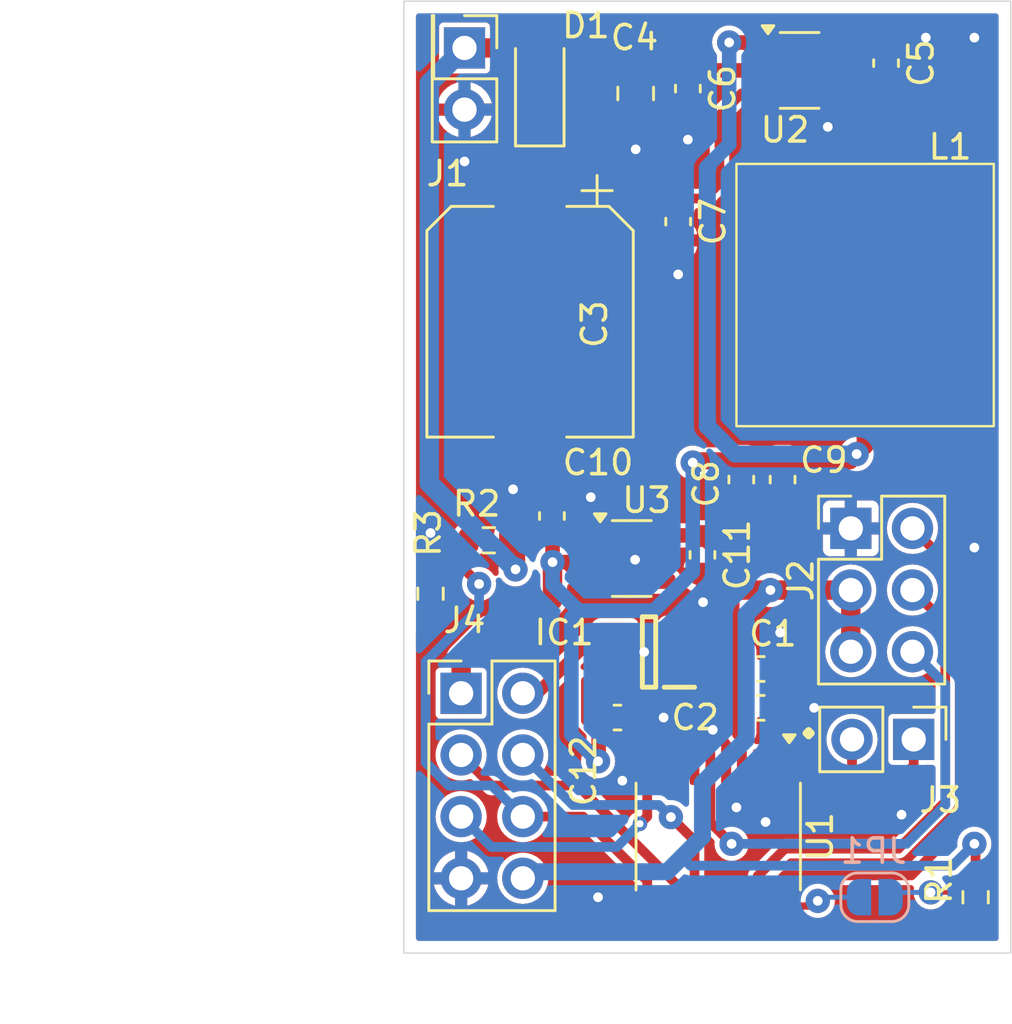
<source format=kicad_pcb>
(kicad_pcb (version 20240108) (generator "pcbnew") (generator_version "8.0")
  (title_block (title "FastLapLights5V") (date "2025-04-14") (rev "MK6"))
  (layers (0 "F.Cu" mixed) (1 "In1.Cu" power) (2 "In2.Cu" power) (31 "B.Cu" mixed) (34 "B.Paste" user) (35 "F.Paste" user) (36 "B.SilkS" user "B.Silkscreen") (37 "F.SilkS" user "F.Silkscreen") (38 "B.Mask" user) (39 "F.Mask" user) (44 "Edge.Cuts" user))
  (net 0 "")
  (net 1 "GND")
  (net 2 "/TRACK_LIGHTS_R")
  (net 3 "+3.3V")
  (net 4 "/START_LIGHTS")
  (net 5 "/SWD_NRST")
  (net 6 "/SWD_SWCLK")
  (net 7 "/SWD_SWDIO")
  (net 8 "/I2C_SDA")
  (net 9 "/I2C_SCL")
  (net 10 "VRAIL")
  (net 11 "/IO_POWER_RAIL_DATA")
  (net 12 "/VRAIL_CAP")
  (net 13 "/TRACK_LIGHTS_G")
  (net 14 "/IO_POWER_RAIL_INT")
  (net 15 "+5V")
  (net 23 "Net-(JP1-A)")
  (net 24 "Net-(JP1-B)")
  (net 25 "/START_LIGHTS_5V")
  (net 26 "Net-(U2-SW)")
  (net 27 "Net-(U2-BST)")
  (footprint "Connector_PinHeader_2.54mm:PinHeader_2x04_P2.54mm_Vertical" (layer "F.Cu") (at 44.86 115.7)
    (property "Reference" "J4" (at 0.14 -3 0) (layer "F.SilkS"))
    (property "Value" "IO" (hide yes))
    (pad "1" thru_hole rect (at 0 0) (size 1.7 1.7) (drill 1) (layers "*.Cu" "*.Mask" "In3.Cu" "In4.Cu" "In5.Cu" "In6.Cu" "In7.Cu" "In8.Cu" "In9.Cu" "In10.Cu" "In11.Cu" "In12.Cu" "In13.Cu" "In14.Cu" "In15.Cu" "In16.Cu" "In17.Cu" "In18.Cu" "In19.Cu" "In20.Cu" "In21.Cu" "In22.Cu" "In23.Cu" "In24.Cu" "In25.Cu" "In26.Cu" "In27.Cu" "In28.Cu" "In29.Cu" "In30.Cu") (net 15 "+5V"))
    (pad "2" thru_hole oval (at 2.54 0) (size 1.7 1.7) (drill 1) (layers "*.Cu" "*.Mask" "In3.Cu" "In4.Cu" "In5.Cu" "In6.Cu" "In7.Cu" "In8.Cu" "In9.Cu" "In10.Cu" "In11.Cu" "In12.Cu" "In13.Cu" "In14.Cu" "In15.Cu" "In16.Cu" "In17.Cu" "In18.Cu" "In19.Cu" "In20.Cu" "In21.Cu" "In22.Cu" "In23.Cu" "In24.Cu" "In25.Cu" "In26.Cu" "In27.Cu" "In28.Cu" "In29.Cu" "In30.Cu") (net 25 "/START_LIGHTS_5V"))
    (pad "3" thru_hole oval (at 0 2.54) (size 1.7 1.7) (drill 1) (layers "*.Cu" "*.Mask" "In3.Cu" "In4.Cu" "In5.Cu" "In6.Cu" "In7.Cu" "In8.Cu" "In9.Cu" "In10.Cu" "In11.Cu" "In12.Cu" "In13.Cu" "In14.Cu" "In15.Cu" "In16.Cu" "In17.Cu" "In18.Cu" "In19.Cu" "In20.Cu" "In21.Cu" "In22.Cu" "In23.Cu" "In24.Cu" "In25.Cu" "In26.Cu" "In27.Cu" "In28.Cu" "In29.Cu" "In30.Cu") (net 13 "/TRACK_LIGHTS_G"))
    (pad "4" thru_hole oval (at 2.54 2.54) (size 1.7 1.7) (drill 1) (layers "*.Cu" "*.Mask" "In3.Cu" "In4.Cu" "In5.Cu" "In6.Cu" "In7.Cu" "In8.Cu" "In9.Cu" "In10.Cu" "In11.Cu" "In12.Cu" "In13.Cu" "In14.Cu" "In15.Cu" "In16.Cu" "In17.Cu" "In18.Cu" "In19.Cu" "In20.Cu" "In21.Cu" "In22.Cu" "In23.Cu" "In24.Cu" "In25.Cu" "In26.Cu" "In27.Cu" "In28.Cu" "In29.Cu" "In30.Cu") (net 2 "/TRACK_LIGHTS_R"))
    (pad "5" thru_hole oval (at 0 5.08) (size 1.7 1.7) (drill 1) (layers "*.Cu" "*.Mask" "In3.Cu" "In4.Cu" "In5.Cu" "In6.Cu" "In7.Cu" "In8.Cu" "In9.Cu" "In10.Cu" "In11.Cu" "In12.Cu" "In13.Cu" "In14.Cu" "In15.Cu" "In16.Cu" "In17.Cu" "In18.Cu" "In19.Cu" "In20.Cu" "In21.Cu" "In22.Cu" "In23.Cu" "In24.Cu" "In25.Cu" "In26.Cu" "In27.Cu" "In28.Cu" "In29.Cu" "In30.Cu") (net 14 "/IO_POWER_RAIL_INT"))
    (pad "6" thru_hole oval (at 2.54 5.08) (size 1.7 1.7) (drill 1) (layers "*.Cu" "*.Mask" "In3.Cu" "In4.Cu" "In5.Cu" "In6.Cu" "In7.Cu" "In8.Cu" "In9.Cu" "In10.Cu" "In11.Cu" "In12.Cu" "In13.Cu" "In14.Cu" "In15.Cu" "In16.Cu" "In17.Cu" "In18.Cu" "In19.Cu" "In20.Cu" "In21.Cu" "In22.Cu" "In23.Cu" "In24.Cu" "In25.Cu" "In26.Cu" "In27.Cu" "In28.Cu" "In29.Cu" "In30.Cu") (net 11 "/IO_POWER_RAIL_DATA"))
    (pad "7" thru_hole oval (at 0 7.62) (size 1.7 1.7) (drill 1) (layers "*.Cu" "*.Mask" "In3.Cu" "In4.Cu" "In5.Cu" "In6.Cu" "In7.Cu" "In8.Cu" "In9.Cu" "In10.Cu" "In11.Cu" "In12.Cu" "In13.Cu" "In14.Cu" "In15.Cu" "In16.Cu" "In17.Cu" "In18.Cu" "In19.Cu" "In20.Cu" "In21.Cu" "In22.Cu" "In23.Cu" "In24.Cu" "In25.Cu" "In26.Cu" "In27.Cu" "In28.Cu" "In29.Cu" "In30.Cu") (net 1 "GND"))
    (pad "8" thru_hole oval (at 2.54 7.62) (size 1.7 1.7) (drill 1) (layers "*.Cu" "*.Mask" "In3.Cu" "In4.Cu" "In5.Cu" "In6.Cu" "In7.Cu" "In8.Cu" "In9.Cu" "In10.Cu" "In11.Cu" "In12.Cu" "In13.Cu" "In14.Cu" "In15.Cu" "In16.Cu" "In17.Cu" "In18.Cu" "In19.Cu" "In20.Cu" "In21.Cu" "In22.Cu" "In23.Cu" "In24.Cu" "In25.Cu" "In26.Cu" "In27.Cu" "In28.Cu" "In29.Cu" "In30.Cu") (net 3 "+3.3V"))
  )
  (footprint "Connector_PinHeader_2.54mm:PinHeader_2x01_P2.54mm_Vertical" (layer "F.Cu") (at 45 89.125 -90)
    (property "Reference" "J1" (at 5.175 0.7 0) (layer "F.SilkS"))
    (property "Value" "POWER_CON" (hide yes))
    (pad "1" thru_hole rect (at 0 0 270) (size 1.7 1.7) (drill 1) (layers "*.Cu" "*.Mask" "In3.Cu" "In4.Cu" "In5.Cu" "In6.Cu" "In7.Cu" "In8.Cu" "In9.Cu" "In10.Cu" "In11.Cu" "In12.Cu" "In13.Cu" "In14.Cu" "In15.Cu" "In16.Cu" "In17.Cu" "In18.Cu" "In19.Cu" "In20.Cu" "In21.Cu" "In22.Cu" "In23.Cu" "In24.Cu" "In25.Cu" "In26.Cu" "In27.Cu" "In28.Cu" "In29.Cu" "In30.Cu") (net 10 "VRAIL"))
    (pad "2" thru_hole oval (at 2.54 0 270) (size 1.7 1.7) (drill 1) (layers "*.Cu" "*.Mask" "In3.Cu" "In4.Cu" "In5.Cu" "In6.Cu" "In7.Cu" "In8.Cu" "In9.Cu" "In10.Cu" "In11.Cu" "In12.Cu" "In13.Cu" "In14.Cu" "In15.Cu" "In16.Cu" "In17.Cu" "In18.Cu" "In19.Cu" "In20.Cu" "In21.Cu" "In22.Cu" "In23.Cu" "In24.Cu" "In25.Cu" "In26.Cu" "In27.Cu" "In28.Cu" "In29.Cu" "In30.Cu") (net 1 "GND"))
  )
  (footprint "Capacitor_SMD:C_0603_1608Metric" (layer "F.Cu") (at 54.8 110 -90)
    (property "Reference" "C11" (at 0 -1.43 90) (layer "F.SilkS"))
    (property "Value" "4.7uF" (hide yes))
    (pad "1" smd roundrect (at -0.775 0 270) (size 0.9 0.95) (layers "F.Cu" "F.Paste" "F.Mask") (net 3 "+3.3V"))
    (pad "2" smd roundrect (at 0.775 0 270) (size 0.9 0.95) (layers "F.Cu" "F.Paste" "F.Mask") (net 1 "GND"))
  )
  (footprint "Capacitor_SMD:C_0805_2012Metric" (layer "F.Cu") (at 52.05 91 -90)
    (property "Reference" "C4" (at -2.3 0.05 180) (layer "F.SilkS"))
    (property "Value" "22uF" (hide yes))
    (pad "1" smd roundrect (at -0.95 0 270) (size 1 1.45) (layers "F.Cu" "F.Paste" "F.Mask") (net 12 "/VRAIL_CAP"))
    (pad "2" smd roundrect (at 0.95 0 270) (size 1 1.45) (layers "F.Cu" "F.Paste" "F.Mask") (net 1 "GND"))
  )
  (footprint "Capacitor_SMD:C_0603_1608Metric" (layer "F.Cu") (at 57.2 116.3)
    (property "Reference" "C2" (at -2.7 0.4 180) (layer "F.SilkS"))
    (property "Value" "0.1uF" (hide yes))
    (pad "1" smd roundrect (at -0.775 0) (size 0.9 0.95) (layers "F.Cu" "F.Paste" "F.Mask") (net 3 "+3.3V"))
    (pad "2" smd roundrect (at 0.775 0) (size 0.9 0.95) (layers "F.Cu" "F.Paste" "F.Mask") (net 1 "GND"))
  )
  (footprint "Capacitor_SMD:C_0603_1608Metric" (layer "F.Cu") (at 48.6 108.4 90)
    (property "Reference" "C10" (at 2.2 1.9 180) (layer "F.SilkS"))
    (property "Value" "4.7uF" (hide yes))
    (pad "1" smd roundrect (at -0.775 0 90) (size 0.9 0.95) (layers "F.Cu" "F.Paste" "F.Mask") (net 15 "+5V"))
    (pad "2" smd roundrect (at 0.775 0 90) (size 0.9 0.95) (layers "F.Cu" "F.Paste" "F.Mask") (net 1 "GND"))
  )
  (footprint "Capacitor_SMD:C_0603_1608Metric" (layer "F.Cu") (at 51.3 116.7)
    (property "Reference" "C12" (at -1.4 2.2 90) (layer "F.SilkS"))
    (property "Value" "0.1uF" (hide yes))
    (pad "1" smd roundrect (at -0.775 0) (size 0.9 0.95) (layers "F.Cu" "F.Paste" "F.Mask") (net 15 "+5V"))
    (pad "2" smd roundrect (at 0.775 0) (size 0.9 0.95) (layers "F.Cu" "F.Paste" "F.Mask") (net 1 "GND"))
  )
  (footprint "Package_TO_SOT_SMD:TSOT-23-6" (layer "F.Cu") (at 58.8 90.05)
    (property "Reference" "U2" (at -0.6 2.45 0) (layer "F.SilkS"))
    (property "Value" "AP63205WU" (hide yes))
    (pad "1" smd roundrect (at -1.1375 -0.95) (size 1.325 0.6) (layers "F.Cu" "F.Paste" "F.Mask") (net 15 "+5V"))
    (pad "2" smd roundrect (at -1.1375 0) (size 1.325 0.6) (layers "F.Cu" "F.Paste" "F.Mask") (net 12 "/VRAIL_CAP"))
    (pad "3" smd roundrect (at -1.1375 0.95) (size 1.325 0.6) (layers "F.Cu" "F.Paste" "F.Mask") (net 12 "/VRAIL_CAP"))
    (pad "4" smd roundrect (at 1.1375 0.95) (size 1.325 0.6) (layers "F.Cu" "F.Paste" "F.Mask") (net 1 "GND"))
    (pad "5" smd roundrect (at 1.1375 0) (size 1.325 0.6) (layers "F.Cu" "F.Paste" "F.Mask") (net 26 "Net-(U2-SW)"))
    (pad "6" smd roundrect (at 1.1375 -0.95) (size 1.325 0.6) (layers "F.Cu" "F.Paste" "F.Mask") (net 27 "Net-(U2-BST)"))
  )
  (footprint "Resistor_SMD:R_0603_1608Metric" (layer "F.Cu") (at 43.6 111.6 -90)
    (property "Reference" "R3" (at -2.5 0.1 -90) (layer "F.SilkS"))
    (property "Value" "1k" (hide yes))
    (pad "1" smd roundrect (at -0.825 0 270) (size 0.8 0.95) (layers "F.Cu" "F.Paste" "F.Mask") (net 11 "/IO_POWER_RAIL_DATA"))
    (pad "2" smd roundrect (at 0.825 0 270) (size 0.8 0.95) (layers "F.Cu" "F.Paste" "F.Mask") (net 1 "GND"))
  )
  (footprint "Library:SOT95P275X110-5N" (layer "F.Cu") (at 52.6 114 180)
    (property "Reference" "IC1" (at 3.5 0.8 180) (layer "F.SilkS"))
    (property "Value" "74HCT1G125GV,125" (hide yes))
    (pad "1" smd roundrect (at -1.25 -0.95 270) (size 0.5 1.25) (layers "F.Cu" "F.Paste" "F.Mask") (net 1 "GND"))
    (pad "2" smd roundrect (at -1.25 0 270) (size 0.5 1.25) (layers "F.Cu" "F.Paste" "F.Mask") (net 4 "/START_LIGHTS"))
    (pad "3" smd roundrect (at -1.25 0.95 270) (size 0.5 1.25) (layers "F.Cu" "F.Paste" "F.Mask") (net 1 "GND"))
    (pad "4" smd roundrect (at 1.25 0.95 270) (size 0.5 1.25) (layers "F.Cu" "F.Paste" "F.Mask") (net 25 "/START_LIGHTS_5V"))
    (pad "5" smd roundrect (at 1.25 -0.95 270) (size 0.5 1.25) (layers "F.Cu" "F.Paste" "F.Mask") (net 15 "+5V"))
  )
  (footprint "Library:CP_220_Honor_Elec_HV1E227M0810PZ" (layer "F.Cu") (at 47.7 100.4 -90)
    (property "Reference" "C3" (at 0.1 -2.65 -90) (layer "F.SilkS"))
    (property "Value" "220uF" (hide yes))
    (pad "1" smd roundrect (at -3.65 0 270) (size 4.2 2.2) (layers "F.Cu" "F.Paste" "F.Mask") (roundrect_rratio 0.1) (net 12 "/VRAIL_CAP"))
    (pad "2" smd roundrect (at 3.65 0 270) (size 4.2 2.2) (layers "F.Cu" "F.Paste" "F.Mask") (roundrect_rratio 0.1) (net 1 "GND"))
  )
  (footprint "Capacitor_SMD:C_0603_1608Metric" (layer "F.Cu") (at 56.4 106.9 -90)
    (property "Reference" "C8" (at 0.175 1.45 90) (layer "F.SilkS"))
    (property "Value" "22uF" (hide yes))
    (pad "1" smd roundrect (at -0.775 0 270) (size 0.9 0.95) (layers "F.Cu" "F.Paste" "F.Mask") (net 15 "+5V"))
    (pad "2" smd roundrect (at 0.775 0 270) (size 0.9 0.95) (layers "F.Cu" "F.Paste" "F.Mask") (net 1 "GND"))
  )
  (footprint "Capacitor_SMD:C_0603_1608Metric" (layer "F.Cu") (at 58.1 106.9 -90)
    (property "Reference" "C9" (at -0.8 -1.7 180) (layer "F.SilkS"))
    (property "Value" "22uF" (hide yes))
    (pad "1" smd roundrect (at -0.775 0 270) (size 0.9 0.95) (layers "F.Cu" "F.Paste" "F.Mask") (net 15 "+5V"))
    (pad "2" smd roundrect (at 0.775 0 270) (size 0.9 0.95) (layers "F.Cu" "F.Paste" "F.Mask") (net 1 "GND"))
  )
  (footprint "Capacitor_SMD:C_0603_1608Metric" (layer "F.Cu") (at 53.8 96.275 -90)
    (property "Reference" "C7" (at 0 -1.43 -90) (layer "F.SilkS"))
    (property "Value" "0.1uF")
    (pad "1" smd roundrect (at -0.775 0 270) (size 0.9 0.95) (layers "F.Cu" "F.Paste" "F.Mask") (net 12 "/VRAIL_CAP"))
    (pad "2" smd roundrect (at 0.775 0 270) (size 0.9 0.95) (layers "F.Cu" "F.Paste" "F.Mask") (net 1 "GND"))
  )
  (footprint "Capacitor_SMD:C_0603_1608Metric" (layer "F.Cu") (at 54.2 90.8 -90)
    (property "Reference" "C6" (at 0 -1.43 -90) (layer "F.SilkS"))
    (property "Value" "0.1uF")
    (pad "1" smd roundrect (at -0.775 0 270) (size 0.9 0.95) (layers "F.Cu" "F.Paste" "F.Mask") (net 12 "/VRAIL_CAP"))
    (pad "2" smd roundrect (at 0.775 0 270) (size 0.9 0.95) (layers "F.Cu" "F.Paste" "F.Mask") (net 1 "GND"))
  )
  (footprint "Capacitor_SMD:C_0603_1608Metric" (layer "F.Cu") (at 62.3625 89.75 90)
    (property "Reference" "C5" (at 0 1.4375 90) (layer "F.SilkS"))
    (property "Value" "0.1uF")
    (pad "1" smd roundrect (at -0.775 0 90) (size 0.9 0.95) (layers "F.Cu" "F.Paste" "F.Mask") (net 26 "Net-(U2-SW)"))
    (pad "2" smd roundrect (at 0.775 0 90) (size 0.9 0.95) (layers "F.Cu" "F.Paste" "F.Mask") (net 27 "Net-(U2-BST)"))
  )
  (footprint "Diode_SMD:D_SOD-123" (layer "F.Cu") (at 48.1 90.8 90)
    (property "Reference" "D1" (at 2.6 1.9 0) (layer "F.SilkS"))
    (property "Value" "MBR0540" (hide yes))
    (pad "1" smd roundrect (at -1.65 0 90) (size 0.9 1.2) (layers "F.Cu" "F.Paste" "F.Mask") (net 12 "/VRAIL_CAP"))
    (pad "2" smd roundrect (at 1.65 0 90) (size 0.9 1.2) (layers "F.Cu" "F.Paste" "F.Mask") (net 10 "VRAIL"))
  )
  (footprint "Package_SO:TSSOP-20_4.4x6.5mm_P0.65mm" (layer "F.Cu") (at 55.45 121.6 -90)
    (property "Reference" "U1" (at 0 -4.2 90) (layer "F.SilkS"))
    (property "Value" "STM32C011F4Px" (hide yes))
    (pad "1" smd roundrect (at -2.8625 -2.925 270) (size 1.475 0.4) (layers "F.Cu" "F.Paste" "F.Mask") (net 9 "/I2C_SCL"))
    (pad "2" smd roundrect (at -2.8625 -2.275 270) (size 1.475 0.4) (layers "F.Cu" "F.Paste" "F.Mask") (net 8 "/I2C_SDA"))
    (pad "3" smd roundrect (at -2.8625 -1.625 270) (size 1.475 0.4) (layers "F.Cu" "F.Paste" "F.Mask"))
    (pad "4" smd roundrect (at -2.8625 -0.975 270) (size 1.475 0.4) (layers "F.Cu" "F.Paste" "F.Mask") (net 3 "+3.3V"))
    (pad "5" smd roundrect (at -2.8625 -0.325 270) (size 1.475 0.4) (layers "F.Cu" "F.Paste" "F.Mask") (net 1 "GND"))
    (pad "6" smd roundrect (at -2.8625 0.325 270) (size 1.475 0.4) (layers "F.Cu" "F.Paste" "F.Mask") (net 5 "/SWD_NRST"))
    (pad "7" smd roundrect (at -2.8625 0.975 270) (size 1.475 0.4) (layers "F.Cu" "F.Paste" "F.Mask") (net 4 "/START_LIGHTS"))
    (pad "8" smd roundrect (at -2.8625 1.625 270) (size 1.475 0.4) (layers "F.Cu" "F.Paste" "F.Mask"))
    (pad "9" smd roundrect (at -2.8625 2.275 270) (size 1.475 0.4) (layers "F.Cu" "F.Paste" "F.Mask"))
    (pad "10" smd roundrect (at -2.8625 2.925 270) (size 1.475 0.4) (layers "F.Cu" "F.Paste" "F.Mask") (net 14 "/IO_POWER_RAIL_INT"))
    (pad "11" smd roundrect (at 2.8625 2.925 270) (size 1.475 0.4) (layers "F.Cu" "F.Paste" "F.Mask") (net 11 "/IO_POWER_RAIL_DATA"))
    (pad "12" smd roundrect (at 2.8625 2.275 270) (size 1.475 0.4) (layers "F.Cu" "F.Paste" "F.Mask"))
    (pad "13" smd roundrect (at 2.8625 1.625 270) (size 1.475 0.4) (layers "F.Cu" "F.Paste" "F.Mask") (net 13 "/TRACK_LIGHTS_G"))
    (pad "14" smd roundrect (at 2.8625 0.975 270) (size 1.475 0.4) (layers "F.Cu" "F.Paste" "F.Mask") (net 2 "/TRACK_LIGHTS_R"))
    (pad "15" smd roundrect (at 2.8625 0.325 270) (size 1.475 0.4) (layers "F.Cu" "F.Paste" "F.Mask"))
    (pad "16" smd roundrect (at 2.8625 -0.325 270) (size 1.475 0.4) (layers "F.Cu" "F.Paste" "F.Mask"))
    (pad "17" smd roundrect (at 2.8625 -0.975 270) (size 1.475 0.4) (layers "F.Cu" "F.Paste" "F.Mask"))
    (pad "18" smd roundrect (at 2.8625 -1.625 270) (size 1.475 0.4) (layers "F.Cu" "F.Paste" "F.Mask") (net 7 "/SWD_SWDIO"))
    (pad "19" smd roundrect (at 2.8625 -2.275 270) (size 1.475 0.4) (layers "F.Cu" "F.Paste" "F.Mask") (net 6 "/SWD_SWCLK"))
    (pad "20" smd roundrect (at 2.8625 -2.925 270) (size 1.475 0.4) (layers "F.Cu" "F.Paste" "F.Mask") (net 24 "Net-(JP1-B)"))
  )
  (footprint "Connector_PinHeader_2.54mm:PinHeader_1x02_P2.54mm_Vertical" (layer "F.Cu") (at 63.5 117.6 -90)
    (property "Reference" "J3" (at 2.5 -1.1 0) (layer "F.SilkS"))
    (property "Value" "I2C" (hide yes))
    (pad "1" thru_hole rect (at 0 0 270) (size 1.7 1.7) (drill 1) (layers "*.Cu" "*.Mask" "In3.Cu" "In4.Cu" "In5.Cu" "In6.Cu" "In7.Cu" "In8.Cu" "In9.Cu" "In10.Cu" "In11.Cu" "In12.Cu" "In13.Cu" "In14.Cu" "In15.Cu" "In16.Cu" "In17.Cu" "In18.Cu" "In19.Cu" "In20.Cu" "In21.Cu" "In22.Cu" "In23.Cu" "In24.Cu" "In25.Cu" "In26.Cu" "In27.Cu" "In28.Cu" "In29.Cu" "In30.Cu") (net 8 "/I2C_SDA"))
    (pad "2" thru_hole oval (at 0 2.54 270) (size 1.7 1.7) (drill 1) (layers "*.Cu" "*.Mask" "In3.Cu" "In4.Cu" "In5.Cu" "In6.Cu" "In7.Cu" "In8.Cu" "In9.Cu" "In10.Cu" "In11.Cu" "In12.Cu" "In13.Cu" "In14.Cu" "In15.Cu" "In16.Cu" "In17.Cu" "In18.Cu" "In19.Cu" "In20.Cu" "In21.Cu" "In22.Cu" "In23.Cu" "In24.Cu" "In25.Cu" "In26.Cu" "In27.Cu" "In28.Cu" "In29.Cu" "In30.Cu") (net 9 "/I2C_SCL"))
  )
  (footprint "Capacitor_SMD:C_0603_1608Metric" (layer "F.Cu") (at 57.2 114.7)
    (property "Reference" "C1" (at 0.5 -1.45 0) (layer "F.SilkS"))
    (property "Value" "4.7uF" (hide yes))
    (pad "1" smd roundrect (at -0.775 0) (size 0.9 0.95) (layers "F.Cu" "F.Paste" "F.Mask") (net 3 "+3.3V"))
    (pad "2" smd roundrect (at 0.775 0) (size 0.9 0.95) (layers "F.Cu" "F.Paste" "F.Mask") (net 1 "GND"))
  )
  (footprint "Connector_PinHeader_2.54mm:PinHeader_2x03_P2.54mm_Vertical" (layer "F.Cu") (at 60.91 108.91)
    (property "Reference" "J2" (at -2.06 2.14 90) (layer "F.SilkS"))
    (property "Value" "SWD" (hide yes))
    (pad "1" thru_hole rect (at 0 0) (size 1.7 1.7) (drill 1) (layers "*.Cu" "*.Mask" "In3.Cu" "In4.Cu" "In5.Cu" "In6.Cu" "In7.Cu" "In8.Cu" "In9.Cu" "In10.Cu" "In11.Cu" "In12.Cu" "In13.Cu" "In14.Cu" "In15.Cu" "In16.Cu" "In17.Cu" "In18.Cu" "In19.Cu" "In20.Cu" "In21.Cu" "In22.Cu" "In23.Cu" "In24.Cu" "In25.Cu" "In26.Cu" "In27.Cu" "In28.Cu" "In29.Cu" "In30.Cu") (net 1 "GND"))
    (pad "2" thru_hole oval (at 2.54 0) (size 1.7 1.7) (drill 1) (layers "*.Cu" "*.Mask" "In3.Cu" "In4.Cu" "In5.Cu" "In6.Cu" "In7.Cu" "In8.Cu" "In9.Cu" "In10.Cu" "In11.Cu" "In12.Cu" "In13.Cu" "In14.Cu" "In15.Cu" "In16.Cu" "In17.Cu" "In18.Cu" "In19.Cu" "In20.Cu" "In21.Cu" "In22.Cu" "In23.Cu" "In24.Cu" "In25.Cu" "In26.Cu" "In27.Cu" "In28.Cu" "In29.Cu" "In30.Cu") (net 6 "/SWD_SWCLK"))
    (pad "3" thru_hole oval (at 0 2.54) (size 1.7 1.7) (drill 1) (layers "*.Cu" "*.Mask" "In3.Cu" "In4.Cu" "In5.Cu" "In6.Cu" "In7.Cu" "In8.Cu" "In9.Cu" "In10.Cu" "In11.Cu" "In12.Cu" "In13.Cu" "In14.Cu" "In15.Cu" "In16.Cu" "In17.Cu" "In18.Cu" "In19.Cu" "In20.Cu" "In21.Cu" "In22.Cu" "In23.Cu" "In24.Cu" "In25.Cu" "In26.Cu" "In27.Cu" "In28.Cu" "In29.Cu" "In30.Cu") (net 3 "+3.3V"))
    (pad "4" thru_hole oval (at 2.54 2.54) (size 1.7 1.7) (drill 1) (layers "*.Cu" "*.Mask" "In3.Cu" "In4.Cu" "In5.Cu" "In6.Cu" "In7.Cu" "In8.Cu" "In9.Cu" "In10.Cu" "In11.Cu" "In12.Cu" "In13.Cu" "In14.Cu" "In15.Cu" "In16.Cu" "In17.Cu" "In18.Cu" "In19.Cu" "In20.Cu" "In21.Cu" "In22.Cu" "In23.Cu" "In24.Cu" "In25.Cu" "In26.Cu" "In27.Cu" "In28.Cu" "In29.Cu" "In30.Cu") (net 7 "/SWD_SWDIO"))
    (pad "5" thru_hole oval (at 0 5.08) (size 1.7 1.7) (drill 1) (layers "*.Cu" "*.Mask" "In3.Cu" "In4.Cu" "In5.Cu" "In6.Cu" "In7.Cu" "In8.Cu" "In9.Cu" "In10.Cu" "In11.Cu" "In12.Cu" "In13.Cu" "In14.Cu" "In15.Cu" "In16.Cu" "In17.Cu" "In18.Cu" "In19.Cu" "In20.Cu" "In21.Cu" "In22.Cu" "In23.Cu" "In24.Cu" "In25.Cu" "In26.Cu" "In27.Cu" "In28.Cu" "In29.Cu" "In30.Cu") (net 3 "+3.3V"))
    (pad "6" thru_hole oval (at 2.54 5.08) (size 1.7 1.7) (drill 1) (layers "*.Cu" "*.Mask" "In3.Cu" "In4.Cu" "In5.Cu" "In6.Cu" "In7.Cu" "In8.Cu" "In9.Cu" "In10.Cu" "In11.Cu" "In12.Cu" "In13.Cu" "In14.Cu" "In15.Cu" "In16.Cu" "In17.Cu" "In18.Cu" "In19.Cu" "In20.Cu" "In21.Cu" "In22.Cu" "In23.Cu" "In24.Cu" "In25.Cu" "In26.Cu" "In27.Cu" "In28.Cu" "In29.Cu" "In30.Cu") (net 5 "/SWD_NRST"))
  )
  (footprint "Package_TO_SOT_SMD:SOT-23-5" (layer "F.Cu") (at 51.8875 110.15)
    (property "Reference" "U3" (at 0.6125 -2.4 180) (layer "F.SilkS"))
    (property "Value" "AP2112K-3.3" (hide yes))
    (pad "1" smd roundrect (at -1.1375 -0.95) (size 1.325 0.6) (layers "F.Cu" "F.Paste" "F.Mask") (net 15 "+5V"))
    (pad "2" smd roundrect (at -1.1375 0) (size 1.325 0.6) (layers "F.Cu" "F.Paste" "F.Mask") (net 1 "GND"))
    (pad "3" smd roundrect (at -1.1375 0.95) (size 1.325 0.6) (layers "F.Cu" "F.Paste" "F.Mask") (net 15 "+5V"))
    (pad "4" smd roundrect (at 1.1375 0.95) (size 1.325 0.6) (layers "F.Cu" "F.Paste" "F.Mask"))
    (pad "5" smd roundrect (at 1.1375 -0.95) (size 1.325 0.6) (layers "F.Cu" "F.Paste" "F.Mask") (net 3 "+3.3V"))
  )
  (footprint "Library:L_Chilisin_Elec_BPSC00101140220M00" (layer "F.Cu") (at 61.5 99.3)
    (property "Reference" "L1" (at 3.5 -6.1 0) (layer "F.SilkS"))
    (property "Value" "22uH" (hide yes))
    (pad "1" smd roundrect (at 0 -4.45) (size 3.3 1.6) (layers "F.Cu" "F.Paste" "F.Mask") (net 26 "Net-(U2-SW)"))
    (pad "2" smd roundrect (at 0 4.45) (size 3.3 1.6) (layers "F.Cu" "F.Paste" "F.Mask") (net 15 "+5V"))
  )
  (footprint "Resistor_SMD:R_0603_1608Metric" (layer "F.Cu") (at 66.05 124.1 -90)
    (property "Reference" "R1" (at -0.7 1.5 90) (layer "F.SilkS"))
    (property "Value" "4k7" (hide yes))
    (pad "1" smd roundrect (at -0.825 0 270) (size 0.8 0.95) (layers "F.Cu" "F.Paste" "F.Mask") (net 3 "+3.3V"))
    (pad "2" smd roundrect (at 0.825 0 270) (size 0.8 0.95) (layers "F.Cu" "F.Paste" "F.Mask") (net 23 "Net-(JP1-A)"))
  )
  (footprint "Resistor_SMD:R_0603_1608Metric" (layer "F.Cu") (at 46 109.4 180)
    (property "Reference" "R2" (at 0.5 1.5 0) (layer "F.SilkS"))
    (property "Value" "4k7" (hide yes))
    (pad "1" smd roundrect (at -0.825 0 180) (size 0.8 0.95) (layers "F.Cu" "F.Paste" "F.Mask") (net 10 "VRAIL"))
    (pad "2" smd roundrect (at 0.825 0 180) (size 0.8 0.95) (layers "F.Cu" "F.Paste" "F.Mask") (net 11 "/IO_POWER_RAIL_DATA"))
  )
  (footprint "Jumper:SolderJumper-2_P1.3mm_Open_RoundedPad1.0x1.5mm" (layer "B.Cu") (at 61.9 124.1 180)
    (property "Reference" "JP1" (at 0.05 1.9 0) (layer "B.SilkS") (effects (justify mirror)))
    (property "Value" "SP" (hide yes))
    (pad "1" smd custom (at -0.65 0 180) (size 1 0.5) (layers "B.Cu" "B.Mask") (net 23 "Net-(JP1-A)") (options (clearance outline) (anchor rect)) (primitives (gr_circle (center 0 -0.25) (end 0.5 -0.25) (width 0) (fill yes)) (gr_circle (center 0 0.25) (end 0.5 0.25) (width 0) (fill yes)) (gr_poly (pts (xy 0.5 -0.75) (xy 0 -0.75) (xy 0 0.75) (xy 0.5 0.75)) (width 0) (fill yes))))
    (pad "2" smd custom (at 0.65 0 180) (size 1 0.5) (layers "B.Cu" "B.Mask") (net 24 "Net-(JP1-B)") (options (clearance outline) (anchor rect)) (primitives (gr_circle (center 0 -0.25) (end 0.5 -0.25) (width 0) (fill yes)) (gr_circle (center 0 0.25) (end 0.5 0.25) (width 0) (fill yes)) (gr_poly (pts (xy 0 -0.75) (xy -0.5 -0.75) (xy -0.5 0.75) (xy 0 0.75)) (width 0) (fill yes))))
  )
  (gr_rect (start 42.5 87.2) (end 67.5 126.4) (stroke (width 0.05)) (fill none) (layer "Edge.Cuts"))
  (gr_text "." (at 58.5 117.7 0) (layer "F.SilkS") (effects (font (size 2 2) (thickness 0.3)) (justify left bottom)))
  (segment (start 55.775 118.7375) (end 55.775 117.80637) (width 0.4) (layer "F.Cu") (net 1))
  (segment (start 52.025 110.2) (end 51.975 110.15) (width 0.6) (layer "F.Cu") (net 1))
  (segment (start 53.8 98.45) (end 53.8 97.2) (width 0.8) (layer "F.Cu") (net 1))
  (segment (start 55.775 117.80637) (end 55.225686 117.257056) (width 0.4) (layer "F.Cu") (net 1))
  (segment (start 59.9625 92.375) (end 59.9625 91.125) (width 0.8) (layer "F.Cu") (net 1))
  (segment (start 54.825 110.775) (end 54.825 111.95) (width 0.6) (layer "F.Cu") (net 1))
  (segment (start 54.2 92.9) (end 54.2 91.95) (width 0.8) (layer "F.Cu") (net 1))
  (segment (start 55.775 118.7375) (end 55.775 119.975) (width 0.4) (layer "F.Cu") (net 1))
  (segment (start 48.625 107.625) (end 50.2 107.625) (width 0.8) (layer "F.Cu") (net 1))
  (segment (start 52.05 93.3) (end 52.05 91.95) (width 0.8) (layer "F.Cu") (net 1))
  (segment (start 51.975 110.15) (end 50.75 110.15) (width 0.6) (layer "F.Cu") (net 1))
  (segment (start 55.775 119.975) (end 56.2 120.4) (width 0.4) (layer "F.Cu") (net 1))
  (segment (start 55.225686 117.257056) (end 55.225686 117.205686) (width 0.4) (layer "F.Cu") (net 1))
  (segment (start 57.975 116.3) (end 59.4 116.3) (width 0.7) (layer "F.Cu") (net 1))
  (segment (start 53.2 116.7) (end 52.075 116.7) (width 0.8) (layer "F.Cu") (net 1))
  (segment (start 57.975 114.7) (end 57.975 113.225) (width 0.7) (layer "F.Cu") (net 1))
  (segment (start 57.975 113.225) (end 58 113.2) (width 0.7) (layer "F.Cu") (net 1))
  (via (at 53.2 116.7) (size 1) (drill 0.4) (layers "F.Cu" "B.Cu") (net 1))
  (via (at 45 93.8) (size 1) (drill 0.4) (layers "F.Cu" "B.Cu") (net 1))
  (via (at 50.5 124.1) (size 1) (drill 0.4) (layers "F.Cu" "B.Cu") (net 1))
  (via (at 50.2 107.625) (size 1) (drill 0.4) (layers "F.Cu" "B.Cu") (net 1))
  (via (at 63 120.7) (size 1) (drill 0.4) (layers "F.Cu" "B.Cu") (net 1))
  (via (at 53.8 98.45) (size 1) (drill 0.4) (layers "F.Cu" "B.Cu") (net 1))
  (via (at 59.9625 92.375) (size 1) (drill 0.4) (layers "F.Cu" "B.Cu") (net 1))
  (via (at 64 88.7) (size 1) (drill 0.4) (layers "F.Cu" "B.Cu") (net 1))
  (via (at 52.025 110.2) (size 1) (drill 0.4) (layers "F.Cu" "B.Cu") (net 1))
  (via (at 57.4 121) (size 1) (drill 0.4) (layers "F.Cu" "B.Cu") (net 1))
  (via (at 54.825 111.95) (size 1) (drill 0.4) (layers "F.Cu" "B.Cu") (net 1))
  (via (at 55.225686 117.205686) (size 0.7) (drill 0.4) (layers "F.Cu" "B.Cu") (net 1))
  (via (at 54.2 92.9) (size 1) (drill 0.4) (layers "F.Cu" "B.Cu") (net 1))
  (via (at 52.4 114) (size 1) (drill 0.4) (layers "F.Cu" "B.Cu") (net 1))
  (via (at 58 113.2) (size 1) (drill 0.4) (layers "F.Cu" "B.Cu") (net 1))
  (via (at 52.05 93.3) (size 1) (drill 0.4) (layers "F.Cu" "B.Cu") (net 1))
  (via (at 59.4 116.3) (size 1) (drill 0.4) (layers "F.Cu" "B.Cu") (net 1))
  (via (at 56.2 120.4) (size 1) (drill 0.4) (layers "F.Cu" "B.Cu") (net 1))
  (via (at 47 107.3) (size 1) (drill 0.4) (layers "F.Cu" "B.Cu") (net 1))
  (via (at 66 88.7) (size 1) (drill 0.4) (layers "F.Cu" "B.Cu") (net 1))
  (via (at 66 109.7) (size 1) (drill 0.4) (layers "F.Cu" "B.Cu") (net 1))
  (via (at 51.5 119.3) (size 1) (drill 0.4) (layers "F.Cu" "B.Cu") (net 1))
  (via (at 43.6 109.1) (size 1) (drill 0.4) (layers "F.Cu" "B.Cu") (net 1))
  (segment (start 54.475 124.4625) (end 54.475 121.775) (width 0.4) (layer "F.Cu") (net 2))
  (segment (start 54.475 121.775) (end 53.5 120.8) (width 0.4) (layer "F.Cu") (net 2))
  (via (at 53.5 120.8) (size 1) (drill 0.4) (layers "F.Cu" "B.Cu") (net 2))
  (segment (start 49.46 120.3) (end 47.4 118.24) (width 0.4) (layer "B.Cu") (net 2))
  (segment (start 53.5 120.8) (end 53 120.3) (width 0.4) (layer "B.Cu") (net 2))
  (segment (start 53 120.3) (end 49.46 120.3) (width 0.4) (layer "B.Cu") (net 2))
  (segment (start 56.425 117.275) (end 56.4 117.3) (width 0.8) (layer "F.Cu") (net 3))
  (segment (start 56.4 117.3) (end 56.425 117.325) (width 0.4) (layer "F.Cu") (net 3))
  (segment (start 56.375 111.45) (end 57.6 111.45) (width 0.8) (layer "F.Cu") (net 3))
  (segment (start 60.91 111.45) (end 60.91 113.99) (width 0.8) (layer "F.Cu") (net 3))
  (segment (start 66.05 121.95) (end 66.05 123.275) (width 0.4) (layer "F.Cu") (net 3))
  (segment (start 56.425 116.3) (end 56.425 117.275) (width 0.8) (layer "F.Cu") (net 3))
  (segment (start 66 121.9) (end 66.05 121.95) (width 0.4) (layer "F.Cu") (net 3))
  (segment (start 55.925 111) (end 56.375 111.45) (width 0.8) (layer "F.Cu") (net 3))
  (segment (start 54.92296 109.225) (end 55.925 110.22704) (width 0.8) (layer "F.Cu") (net 3))
  (segment (start 56.425 114) (end 55.925 113.5) (width 0.8) (layer "F.Cu") (net 3))
  (segment (start 55.925 110.22704) (end 55.925 111) (width 0.8) (layer "F.Cu") (net 3))
  (segment (start 56.425 117.325) (end 56.425 118.7375) (width 0.4) (layer "F.Cu") (net 3))
  (segment (start 57.6 111.45) (end 60.91 111.45) (width 0.8) (layer "F.Cu") (net 3))
  (segment (start 54.8 109.2) (end 54.825 109.225) (width 0.6) (layer "F.Cu") (net 3))
  (segment (start 56.425 114.7) (end 56.425 116.3) (width 0.8) (layer "F.Cu") (net 3))
  (segment (start 53.025 109.2) (end 54.8 109.2) (width 0.6) (layer "F.Cu") (net 3))
  (segment (start 54.825 109.225) (end 54.92296 109.225) (width 0.8) (layer "F.Cu") (net 3))
  (segment (start 56.425 114.7) (end 56.425 114) (width 0.8) (layer "F.Cu") (net 3))
  (segment (start 55.925 113.5) (end 55.925 111) (width 0.8) (layer "F.Cu") (net 3))
  (via (at 66 121.9) (size 1) (drill 0.4) (layers "F.Cu" "B.Cu") (net 3))
  (via (at 57.6 111.45) (size 1) (drill 0.4) (layers "F.Cu" "B.Cu") (net 3))
  (segment (start 54.8 119.4) (end 56.6 117.6) (width 0.7) (layer "B.Cu") (net 3))
  (segment (start 53.35 123.05) (end 53.95 122.45) (width 0.7) (layer "B.Cu") (net 3))
  (segment (start 47.67 123.05) (end 53.35 123.05) (width 0.7) (layer "B.Cu") (net 3))
  (segment (start 47.4 123.32) (end 47.67 123.05) (width 0.7) (layer "B.Cu") (net 3))
  (segment (start 54.8 121.6) (end 54.8 119.4) (width 0.7) (layer "B.Cu") (net 3))
  (segment (start 66 121.9) (end 65.1 122.8) (width 0.4) (layer "B.Cu") (net 3))
  (segment (start 53.95 122.45) (end 54.8 121.6) (width 0.7) (layer "B.Cu") (net 3))
  (segment (start 65.1 122.8) (end 54.3 122.8) (width 0.4) (layer "B.Cu") (net 3))
  (segment (start 56.6 112.45) (end 57.6 111.45) (width 0.7) (layer "B.Cu") (net 3))
  (segment (start 56.6 117.6) (end 56.6 112.45) (width 0.7) (layer "B.Cu") (net 3))
  (segment (start 54.3 122.8) (end 53.95 122.45) (width 0.4) (layer "B.Cu") (net 3))
  (segment (start 54.47 116.87) (end 54.45 116.85) (width 0.4) (layer "F.Cu") (net 4))
  (segment (start 54.45 116.85) (end 55.4 115.9) (width 0.5) (layer "F.Cu") (net 4))
  (segment (start 54.475 118.7375) (end 54.47 118.7325) (width 0.4) (layer "F.Cu") (net 4))
  (segment (start 55.4 115.9) (end 55.4 114.7) (width 0.5) (layer "F.Cu") (net 4))
  (segment (start 55.4 114.7) (end 54.7 114) (width 0.5) (layer "F.Cu") (net 4))
  (segment (start 54.47 118.7325) (end 54.47 116.87) (width 0.4) (layer "F.Cu") (net 4))
  (segment (start 54.7 114) (end 53.85 114) (width 0.5) (layer "F.Cu") (net 4))
  (segment (start 55.125 121.025) (end 56 121.9) (width 0.4) (layer "F.Cu") (net 5))
  (segment (start 55.125 118.7375) (end 55.125 121.025) (width 0.4) (layer "F.Cu") (net 5))
  (via (at 56 121.9) (size 1) (drill 0.4) (layers "F.Cu" "B.Cu") (net 5))
  (segment (start 64.8 115.34) (end 63.45 113.99) (width 0.4) (layer "B.Cu") (net 5))
  (segment (start 63.2 121.9) (end 64.8 120.3) (width 0.4) (layer "B.Cu") (net 5))
  (segment (start 64.8 120.3) (end 64.8 115.34) (width 0.4) (layer "B.Cu") (net 5))
  (segment (start 56 121.9) (end 63.2 121.9) (width 0.4) (layer "B.Cu") (net 5))
  (segment (start 58.190122 123.2) (end 63.4 123.2) (width 0.4) (layer "F.Cu") (net 6))
  (segment (start 57.725 123.665122) (end 58.190122 123.2) (width 0.4) (layer "F.Cu") (net 6))
  (segment (start 57.725 124.4625) (end 57.725 123.665122) (width 0.4) (layer "F.Cu") (net 6))
  (segment (start 66 120.6) (end 66 111.46) (width 0.4) (layer "F.Cu") (net 6))
  (segment (start 66 111.46) (end 63.45 108.91) (width 0.4) (layer "F.Cu") (net 6))
  (segment (start 63.4 123.2) (end 66 120.6) (width 0.4) (layer "F.Cu") (net 6))
  (segment (start 57.075 123.225) (end 58.2 122.1) (width 0.4) (layer "F.Cu") (net 7))
  (segment (start 64.8 112.8) (end 63.45 111.45) (width 0.4) (layer "F.Cu") (net 7))
  (segment (start 62.872793 122.1) (end 64.8 120.172793) (width 0.4) (layer "F.Cu") (net 7))
  (segment (start 58.2 122.1) (end 62.872793 122.1) (width 0.4) (layer "F.Cu") (net 7))
  (segment (start 64.8 120.172793) (end 64.8 112.8) (width 0.4) (layer "F.Cu") (net 7))
  (segment (start 57.075 124.4625) (end 57.075 123.225) (width 0.4) (layer "F.Cu") (net 7))
  (segment (start 57.725 119.975) (end 58.65 120.9) (width 0.4) (layer "F.Cu") (net 8))
  (segment (start 61.275 120.9) (end 63.5 118.675) (width 0.4) (layer "F.Cu") (net 8))
  (segment (start 63.5 118.675) (end 63.5 117.6) (width 0.4) (layer "F.Cu") (net 8))
  (segment (start 58.65 120.9) (end 61.275 120.9) (width 0.4) (layer "F.Cu") (net 8))
  (segment (start 57.725 118.7375) (end 57.725 119.975) (width 0.4) (layer "F.Cu") (net 8))
  (segment (start 60.96 119.39) (end 60.96 117.6) (width 0.4) (layer "F.Cu") (net 9))
  (segment (start 60.25 120.1) (end 60.96 119.39) (width 0.4) (layer "F.Cu") (net 9))
  (segment (start 58.8 120.1) (end 60.25 120.1) (width 0.4) (layer "F.Cu") (net 9))
  (segment (start 58.375 118.7375) (end 58.375 119.675) (width 0.4) (layer "F.Cu") (net 9))
  (segment (start 58.375 119.675) (end 58.8 120.1) (width 0.4) (layer "F.Cu") (net 9))
  (segment (start 48.075 89.125) (end 48.1 89.15) (width 0.8) (layer "F.Cu") (net 10))
  (segment (start 47.1 110.6) (end 47.1 109.675) (width 0.8) (layer "F.Cu") (net 10))
  (segment (start 47.1 109.675) (end 46.825 109.4) (width 0.8) (layer "F.Cu") (net 10))
  (segment (start 45 89.125) (end 48.075 89.125) (width 0.8) (layer "F.Cu") (net 10))
  (via (at 47.1 110.6) (size 1) (drill 0.4) (layers "F.Cu" "B.Cu") (net 10))
  (segment (start 43.55 90.575) (end 45 89.125) (width 0.8) (layer "B.Cu") (net 10))
  (segment (start 43.55 107.05) (end 43.55 90.575) (width 0.8) (layer "B.Cu") (net 10))
  (segment (start 47.1 110.6) (end 43.55 107.05) (width 0.8) (layer "B.Cu") (net 10))
  (segment (start 52.525 123.425) (end 49.88 120.78) (width 0.4) (layer "F.Cu") (net 11))
  (segment (start 44.9 110.5) (end 45.6 111.2) (width 0.4) (layer "F.Cu") (net 11))
  (segment (start 52.525 124.4625) (end 52.525 123.425) (width 0.4) (layer "F.Cu") (net 11))
  (segment (start 44.625 110.775) (end 43.6 110.775) (width 0.4) (layer "F.Cu") (net 11))
  (segment (start 45.175 110.225) (end 44.9 110.5) (width 0.4) (layer "F.Cu") (net 11))
  (segment (start 45.175 109.4) (end 45.175 110.225) (width 0.4) (layer "F.Cu") (net 11))
  (segment (start 49.88 120.78) (end 47.4 120.78) (width 0.4) (layer "F.Cu") (net 11))
  (segment (start 44.9 110.5) (end 44.625 110.775) (width 0.4) (layer "F.Cu") (net 11))
  (via (at 45.6 111.2) (size 1) (drill 0.4) (layers "F.Cu" "B.Cu") (net 11))
  (segment (start 44.352233 119.5) (end 46.12 119.5) (width 0.4) (layer "B.Cu") (net 11))
  (segment (start 46.12 119.5) (end 47.4 120.78) (width 0.4) (layer "B.Cu") (net 11))
  (segment (start 43.4 114.4) (end 43.4 118.547767) (width 0.4) (layer "B.Cu") (net 11))
  (segment (start 43.4 118.547767) (end 44.352233 119.5) (width 0.4) (layer "B.Cu") (net 11))
  (segment (start 45.6 111.2) (end 45.6 112.2) (width 0.4) (layer "B.Cu") (net 11))
  (segment (start 45.6 112.2) (end 43.4 114.4) (width 0.4) (layer "B.Cu") (net 11))
  (segment (start 45.872793 111.2) (end 45.6 111.2) (width 0.4) (layer "B.Cu") (net 11))
  (segment (start 48.1 93.3) (end 47.7 93.7) (width 0.8) (layer "F.Cu") (net 12))
  (segment (start 48.1 92.45) (end 48.1 93.3) (width 0.8) (layer "F.Cu") (net 12))
  (segment (start 47.7 96.75) (end 49.35 96.75) (width 0.8) (layer "F.Cu") (net 12))
  (segment (start 50.175 95.325) (end 50.1 95.4) (width 0.4) (layer "F.Cu") (net 12))
  (segment (start 54.875 95.325) (end 53.8 95.325) (width 0.4) (layer "F.Cu") (net 12))
  (segment (start 55.5 94.7) (end 54.875 95.325) (width 0.4) (layer "F.Cu") (net 12))
  (segment (start 47.7 93.7) (end 47.7 96.75) (width 0.8) (layer "F.Cu") (net 12))
  (segment (start 55.5 91.9) (end 55.5 94.7) (width 0.4) (layer "F.Cu") (net 12))
  (segment (start 55.65 91.75) (end 55.5 91.9) (width 0.4) (layer "F.Cu") (net 12))
  (segment (start 50.1 96) (end 50.1 95.4) (width 0.8) (layer "F.Cu") (net 12))
  (segment (start 50.1 91) (end 51.05 90.05) (width 0.8) (layer "F.Cu") (net 12))
  (segment (start 51.05 90.05) (end 52.05 90.05) (width 0.8) (layer "F.Cu") (net 12))
  (segment (start 55.6625 91.75) (end 56.4125 91) (width 0.4) (layer "F.Cu") (net 12))
  (segment (start 49.35 96.75) (end 50.1 96) (width 0.8) (layer "F.Cu") (net 12))
  (segment (start 56.4125 91) (end 57.6625 91) (width 0.4) (layer "F.Cu") (net 12))
  (segment (start 57.6625 90.05) (end 54.2 90.05) (width 0.6) (layer "F.Cu") (net 12))
  (segment (start 50.1 95.4) (end 50.1 91) (width 0.8) (layer "F.Cu") (net 12))
  (segment (start 53.8 95.325) (end 50.175 95.325) (width 0.4) (layer "F.Cu") (net 12))
  (segment (start 52.05 90.05) (end 54.2 90.05) (width 0.8) (layer "F.Cu") (net 12))
  (segment (start 46.12 119.5) (end 44.86 118.24) (width 0.4) (layer "F.Cu") (net 13))
  (segment (start 49.659878 119.5) (end 46.12 119.5) (width 0.4) (layer "F.Cu") (net 13))
  (segment (start 53.825 124.4625) (end 53.825 123.665122) (width 0.4) (layer "F.Cu") (net 13))
  (segment (start 53.825 123.665122) (end 49.659878 119.5) (width 0.4) (layer "F.Cu") (net 13))
  (segment (start 52.525 120.775) (end 52.525 118.7375) (width 0.4) (layer "F.Cu") (net 14))
  (segment (start 52.224914 121.075086) (end 52.525 120.775) (width 0.4) (layer "F.Cu") (net 14))
  (via (at 52.224914 121.075086) (size 0.6) (drill 0.3) (layers "F.Cu" "B.Cu") (net 14))
  (segment (start 46.11 122.03) (end 44.86 120.78) (width 0.4) (layer "B.Cu") (net 14))
  (segment (start 51.27 122.03) (end 46.11 122.03) (width 0.4) (layer "B.Cu") (net 14))
  (segment (start 52.224914 121.075086) (end 51.27 122.03) (width 0.4) (layer "B.Cu") (net 14))
  (segment (start 60.875 106.125) (end 58.1 106.125) (width 0.7) (layer "F.Cu") (net 15))
  (segment (start 56.6 88.9) (end 56.8 89.1) (width 0.6) (layer "F.Cu") (net 15))
  (segment (start 44.90296 115.74296) (end 44.86 115.7) (width 0.8) (layer "F.Cu") (net 15))
  (segment (start 58.1 106.125) (end 56.4 106.125) (width 0.7) (layer "F.Cu") (net 15))
  (segment (start 61.15 105.85) (end 60.875 106.125) (width 0.7) (layer "F.Cu") (net 15))
  (segment (start 56.4 106.125) (end 54.475 106.125) (width 0.7) (layer "F.Cu") (net 15))
  (segment (start 50.025 111.1) (end 49.225 110.3) (width 0.6) (layer "F.Cu") (net 15))
  (segment (start 48.625 110.3) (end 48.625 109.175) (width 0.6) (layer "F.Cu") (net 15))
  (segment (start 47.4 113.1) (end 46 113.1) (width 0.8) (layer "F.Cu") (net 15))
  (segment (start 50.75 109.2) (end 48.65 109.2) (width 0.6) (layer "F.Cu") (net 15))
  (segment (start 48.625 111.875) (end 47.4 113.1) (width 0.8) (layer "F.Cu") (net 15))
  (segment (start 49.225 110.3) (end 48.625 110.3) (width 0.6) (layer "F.Cu") (net 15))
  (segment (start 50.75 111.1) (end 50.025 111.1) (width 0.6) (layer "F.Cu") (net 15))
  (segment (start 48.625 110.3) (end 48.625 111.875) (width 0.8) (layer "F.Cu") (net 15))
  (segment (start 55.9 88.9) (end 56.6 88.9) (width 0.6) (layer "F.Cu") (net 15))
  (segment (start 61.5 105.5) (end 61.15 105.85) (width 0.7) (layer "F.Cu") (net 15))
  (segment (start 61.5 103.75) (end 61.5 105.5) (width 0.7) (layer "F.Cu") (net 15))
  (segment (start 50.5 118.5) (end 50.525 118.475) (width 0.6) (layer "F.Cu") (net 15))
  (segment (start 48.65 109.2) (end 48.625 109.175) (width 0.6) (layer "F.Cu") (net 15))
  (segment (start 56.8 89.1) (end 57.6625 89.1) (width 0.6) (layer "F.Cu") (net 15))
  (segment (start 54.475 106.125) (end 54.4 106.2) (width 0.7) (layer "F.Cu") (net 15))
  (segment (start 46 113.1) (end 44.86 114.24) (width 0.8) (layer "F.Cu") (net 15))
  (segment (start 44.86 114.24) (end 44.86 115.7) (width 0.8) (layer "F.Cu") (net 15))
  (segment (start 50.525 118.475) (end 50.525 116.7) (width 0.6) (layer "F.Cu") (net 15))
  (segment (start 44.86 116.15) (end 44.86 115.7) (width 0.8) (layer "F.Cu") (net 15))
  (via (at 55.9 88.9) (size 1) (drill 0.4) (layers "F.Cu" "B.Cu") (net 15))
  (via (at 50.5 118.5) (size 1) (drill 0.4) (layers "F.Cu" "B.Cu") (net 15))
  (via (at 61.15 105.85) (size 1) (drill 0.4) (layers "F.Cu" "B.Cu") (net 15))
  (via (at 48.625 110.3) (size 1) (drill 0.4) (layers "F.Cu" "B.Cu") (net 15))
  (via (at 54.4 106.2) (size 1) (drill 0.4) (layers "F.Cu" "B.Cu") (net 15))
  (segment (start 49.4 117.4) (end 49.4 112.6) (width 0.6) (layer "B.Cu") (net 15))
  (segment (start 54.4 110.7) (end 52.8 112.3) (width 0.6) (layer "B.Cu") (net 15))
  (segment (start 52.8 112.3) (end 49.7 112.3) (width 0.6) (layer "B.Cu") (net 15))
  (segment (start 61.15 105.85) (end 56.15 105.85) (width 0.7) (layer "B.Cu") (net 15))
  (segment (start 48.625 111.225) (end 48.625 110.3) (width 0.6) (layer "B.Cu") (net 15))
  (segment (start 55 104.7) (end 55 94.074876) (width 0.7) (layer "B.Cu") (net 15))
  (segment (start 55.9 88.9) (end 55.9 93.1) (width 0.6) (layer "B.Cu") (net 15))
  (segment (start 55.9 93.1) (end 55 94) (width 0.6) (layer "B.Cu") (net 15))
  (segment (start 50.5 118.5) (end 49.4 117.4) (width 0.6) (layer "B.Cu") (net 15))
  (segment (start 55 94.074876) (end 55.037438 94.037438) (width 0.7) (layer "B.Cu") (net 15))
  (segment (start 49.7 112.3) (end 48.625 111.225) (width 0.6) (layer "B.Cu") (net 15))
  (segment (start 56.15 105.85) (end 55 104.7) (width 0.7) (layer "B.Cu") (net 15))
  (segment (start 49.4 112.6) (end 49.7 112.3) (width 0.6) (layer "B.Cu") (net 15))
  (segment (start 54.4 106.2) (end 54.4 110.7) (width 0.6) (layer "B.Cu") (net 15))
  (segment (start 65.025 123.9) (end 66.05 124.925) (width 0.2) (layer "F.Cu") (net 23))
  (segment (start 64.2 123.9) (end 65.025 123.9) (width 0.2) (layer "F.Cu") (net 23))
  (via (at 64.2 123.9) (size 1) (drill 0.4) (layers "F.Cu" "B.Cu") (net 23))
  (segment (start 64.2 123.9) (end 62.75 123.9) (width 0.2) (layer "B.Cu") (net 23))
  (segment (start 62.75 123.9) (end 62.55 124.1) (width 0.2) (layer "B.Cu") (net 23))
  (segment (start 59.55 124.25) (end 59.3375 124.4625) (width 0.3) (layer "F.Cu") (net 24))
  (segment (start 59.3375 124.4625) (end 58.375 124.4625) (width 0.3) (layer "F.Cu") (net 24))
  (via (at 59.55 124.25) (size 1) (drill 0.4) (layers "F.Cu" "B.Cu") (net 24))
  (segment (start 59.7 124.1) (end 61.25 124.1) (width 0.2) (layer "B.Cu") (net 24))
  (segment (start 59.55 124.25) (end 59.7 124.1) (width 0.2) (layer "B.Cu") (net 24))
  (segment (start 51.35 113.05) (end 50.65 113.05) (width 0.5) (layer "F.Cu") (net 25))
  (segment (start 50.65 113.05) (end 48 115.7) (width 0.5) (layer "F.Cu") (net 25))
  (segment (start 48 115.7) (end 47.4 115.7) (width 0.5) (layer "F.Cu") (net 25))
  (segment (start 62.3625 92.3375) (end 61.5 93.2) (width 1) (layer "F.Cu") (net 26))
  (segment (start 59.9375 90.05) (end 60.573394 90.05) (width 0.6) (layer "F.Cu") (net 26))
  (segment (start 61.5 93.2) (end 61.5 94.85) (width 1) (layer "F.Cu") (net 26))
  (segment (start 62.3625 90.7) (end 62.3625 92.3375) (width 1) (layer "F.Cu") (net 26))
  (segment (start 61.223394 90.7) (end 62.3625 90.7) (width 0.6) (layer "F.Cu") (net 26))
  (segment (start 60.573394 90.05) (end 61.223394 90.7) (width 0.6) (layer "F.Cu") (net 26))
  (segment (start 60.7625 89.1) (end 61.0625 88.8) (width 0.6) (layer "F.Cu") (net 27))
  (segment (start 61.0625 88.8) (end 62.3625 88.8) (width 0.6) (layer "F.Cu") (net 27))
  (segment (start 59.9375 89.1) (end 60.7625 89.1) (width 0.6) (layer "F.Cu") (net 27))
  (zone (net 15) (net_name "+5V") (layer "F.Cu") (priority 1) (connect_pads yes (clearance 0.2)) (min_thickness 0.25) (fill yes (thermal_gap 0.5) (thermal_bridge_width 0.5))
    (polygon (pts (xy 50.2 117.3) (xy 49.8 116.9) (xy 49.8 115.1) (xy 50.6 114.5) (xy 51.8 114.5) (xy 52.2 114.9) (xy 52.2 115.1) (xy 51.8 115.5) (xy 51.6 115.7) (xy 51.2 116.1) (xy 51.2 116.9) (xy 50.8 117.3)))
  )
  (zone (net 1) (net_name "GND") (layers "F.Cu" "In1.Cu" "In2.Cu" "B.Cu") (connect_pads (clearance 0.2)) (min_thickness 0.25) (fill yes (thermal_gap 0.3) (thermal_bridge_width 0.5))
    (polygon (pts (xy 42.5 87.2) (xy 67.5 87.2) (xy 67.5 126.4) (xy 42.5 126.4)))
  )
)
</source>
